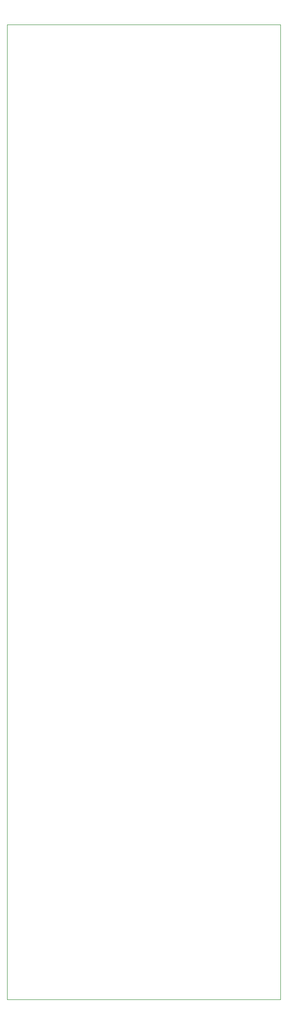
<source format=gbr>
G04 #@! TF.GenerationSoftware,KiCad,Pcbnew,(5.1.5)-3*
G04 #@! TF.CreationDate,2020-05-19T17:07:34-07:00*
G04 #@! TF.ProjectId,SM1REV1,534d3152-4556-4312-9e6b-696361645f70,rev?*
G04 #@! TF.SameCoordinates,Original*
G04 #@! TF.FileFunction,Profile,NP*
%FSLAX46Y46*%
G04 Gerber Fmt 4.6, Leading zero omitted, Abs format (unit mm)*
G04 Created by KiCad (PCBNEW (5.1.5)-3) date 2020-05-19 17:07:34*
%MOMM*%
%LPD*%
G04 APERTURE LIST*
%ADD10C,0.050000*%
G04 APERTURE END LIST*
D10*
X75000000Y-191770000D02*
X75000000Y-17018000D01*
X124000000Y-191770000D02*
X75000000Y-191770000D01*
X124000000Y-17018000D02*
X124000000Y-191770000D01*
X75000000Y-17018000D02*
X124000000Y-17018000D01*
M02*

</source>
